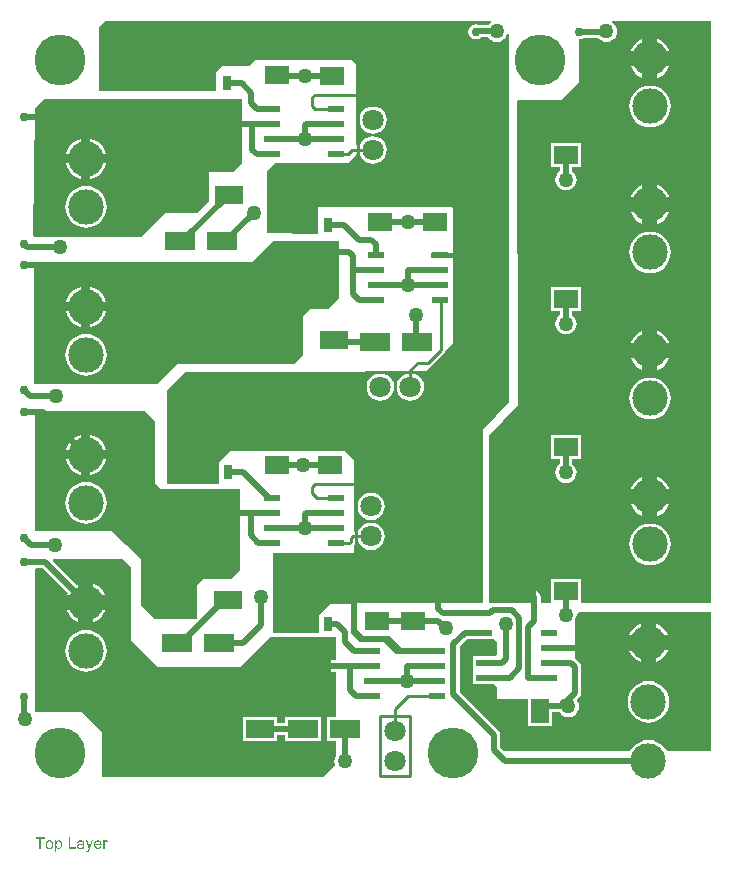
<source format=gtl>
G04*
G04 #@! TF.GenerationSoftware,Altium Limited,Altium Designer,19.0.10 (269)*
G04*
G04 Layer_Physical_Order=1*
G04 Layer_Color=255*
%FSLAX25Y25*%
%MOIN*%
G70*
G01*
G75*
%ADD12C,0.01000*%
%ADD14C,0.03000*%
%ADD15R,0.08000X0.06000*%
%ADD16R,0.02559X0.04921*%
%ADD17R,0.17520X0.15354*%
%ADD18R,0.05709X0.02362*%
%ADD19R,0.15748X0.18307*%
%ADD20R,0.06000X0.08000*%
%ADD21R,0.09843X0.06102*%
%ADD22R,0.09449X0.06102*%
%ADD36C,0.02000*%
%ADD37C,0.07087*%
%ADD38C,0.11811*%
%ADD39C,0.16929*%
%ADD40C,0.05000*%
G36*
X276014Y451500D02*
X276088Y451356D01*
X276147Y451000D01*
X275504Y450507D01*
X275153Y450049D01*
X272175D01*
X271975Y450182D01*
X271000Y450377D01*
X270024Y450182D01*
X269198Y449630D01*
X268645Y448803D01*
X268451Y447828D01*
X268645Y446852D01*
X269198Y446025D01*
X270024Y445473D01*
X271000Y445279D01*
X271975Y445473D01*
X272722Y445971D01*
X275153D01*
X275504Y445514D01*
X276235Y444953D01*
X277086Y444600D01*
X278000Y444480D01*
X278914Y444600D01*
X279765Y444953D01*
X280496Y445514D01*
X281057Y446245D01*
X281410Y447097D01*
X281893Y447010D01*
X281893Y324359D01*
X273335Y315254D01*
X273335Y257500D01*
X231500Y257500D01*
X231500Y248519D01*
X233520Y246500D01*
X242500Y246500D01*
X246500Y242500D01*
X260000D01*
Y240500D01*
X244500D01*
X240500Y244500D01*
X232500D01*
X229500Y247500D01*
X229500Y257000D01*
X222250D01*
X218750Y253500D01*
Y247500D01*
X203500D01*
Y274000D01*
X230500D01*
Y276837D01*
X230581Y276919D01*
X230913Y277415D01*
X231029Y278000D01*
Y278126D01*
X231716D01*
X232031Y277364D01*
X232760Y276415D01*
X233709Y275687D01*
X234814Y275229D01*
X236000Y275073D01*
X237186Y275229D01*
X238291Y275687D01*
X239240Y276415D01*
X239969Y277364D01*
X240426Y278469D01*
X240582Y279655D01*
X240426Y280841D01*
X239969Y281947D01*
X239240Y282896D01*
X238291Y283624D01*
X237186Y284082D01*
X236000Y284238D01*
X234814Y284082D01*
X233709Y283624D01*
X232760Y282896D01*
X232031Y281947D01*
X231716Y281185D01*
X230500D01*
Y291500D01*
Y293489D01*
Y305000D01*
X227500Y308000D01*
X189000D01*
X185500Y304500D01*
Y297000D01*
X168000D01*
X168000Y328500D01*
X174500Y334500D01*
X238445D01*
X238478Y334000D01*
X237919Y333926D01*
X236814Y333469D01*
X235865Y332740D01*
X235137Y331791D01*
X234679Y330686D01*
X234523Y329500D01*
X234679Y328314D01*
X235137Y327209D01*
X235865Y326260D01*
X236814Y325531D01*
X237919Y325074D01*
X239105Y324918D01*
X240291Y325074D01*
X241396Y325531D01*
X242345Y326260D01*
X243074Y327209D01*
X243532Y328314D01*
X243688Y329500D01*
X243532Y330686D01*
X243074Y331791D01*
X242345Y332740D01*
X241396Y333469D01*
X240291Y333926D01*
X239732Y334000D01*
X239765Y334500D01*
X247576D01*
Y333784D01*
X246814Y333469D01*
X245865Y332740D01*
X245137Y331791D01*
X244679Y330686D01*
X244523Y329500D01*
X244679Y328314D01*
X245137Y327209D01*
X245865Y326260D01*
X246814Y325531D01*
X247919Y325074D01*
X249105Y324918D01*
X250291Y325074D01*
X251396Y325531D01*
X252345Y326260D01*
X253074Y327209D01*
X253532Y328314D01*
X253688Y329500D01*
X253532Y330686D01*
X253074Y331791D01*
X252345Y332740D01*
X251396Y333469D01*
X250635Y333784D01*
Y334321D01*
X250813Y334500D01*
X254000D01*
X255567Y336067D01*
X255667Y336087D01*
X256163Y336419D01*
X260400Y340656D01*
X260732Y341152D01*
X260752Y341252D01*
X263500Y344000D01*
X263500Y372461D01*
X256000D01*
Y374240D01*
X263500D01*
Y389000D01*
X263000Y389500D01*
X218500D01*
X218500Y380832D01*
X218145Y380480D01*
X201500Y380622D01*
Y401500D01*
X204000Y404000D01*
X228500D01*
X231000Y406500D01*
Y406971D01*
X232321D01*
X232637Y406209D01*
X233365Y405260D01*
X234314Y404531D01*
X235419Y404074D01*
X236605Y403918D01*
X237791Y404074D01*
X238896Y404531D01*
X239845Y405260D01*
X240574Y406209D01*
X241032Y407314D01*
X241188Y408500D01*
X241032Y409686D01*
X240574Y410791D01*
X239845Y411740D01*
X238896Y412469D01*
X237791Y412926D01*
X236605Y413083D01*
X235419Y412926D01*
X234314Y412469D01*
X233365Y411740D01*
X232637Y410791D01*
X232321Y410029D01*
X231000D01*
Y437000D01*
X229500Y438500D01*
X197500D01*
X195500Y436500D01*
X186500D01*
X184500Y434500D01*
Y428000D01*
X145500Y428000D01*
X145500Y449500D01*
X147500Y451500D01*
X276014Y451500D01*
D02*
G37*
G36*
X349500Y257500D02*
X306500Y257500D01*
X306000D01*
Y265500D01*
X296000D01*
Y257500D01*
X292539D01*
Y259500D01*
X292384Y260280D01*
X291942Y260942D01*
X291942Y260942D01*
X284942Y267942D01*
X284280Y268384D01*
X283500Y268539D01*
X282720Y268384D01*
X282058Y267942D01*
X281616Y267280D01*
X281461Y266500D01*
X281616Y265720D01*
X282058Y265058D01*
X288461Y258655D01*
Y257500D01*
X275500D01*
X275500Y313143D01*
X284998Y323319D01*
X284604Y424646D01*
X284957Y425000D01*
X299358D01*
X305500Y431142D01*
Y445279D01*
X306475Y445473D01*
X306948Y445788D01*
X311793D01*
X312004Y445514D01*
X312735Y444953D01*
X313586Y444600D01*
X314500Y444480D01*
X315414Y444600D01*
X316265Y444953D01*
X316996Y445514D01*
X317557Y446245D01*
X317910Y447097D01*
X318030Y448010D01*
X317910Y448924D01*
X317557Y449775D01*
X316996Y450507D01*
X316353Y451000D01*
X316412Y451355D01*
X316486Y451500D01*
X349500D01*
X349500Y257500D01*
D02*
G37*
G36*
X193000Y404000D02*
X190000Y401000D01*
X182000D01*
Y391500D01*
X178000Y387500D01*
X167500D01*
X159500Y379500D01*
X132729Y379500D01*
X132500Y379530D01*
X132271Y379500D01*
X123856D01*
X123504Y379856D01*
X124038Y422538D01*
X127000Y425500D01*
X193000Y425500D01*
Y404000D01*
D02*
G37*
G36*
X225500Y359000D02*
X222000Y355500D01*
X216000Y355500D01*
X213500Y353000D01*
Y340000D01*
X210500Y337000D01*
X171768D01*
X164571Y330500D01*
X123750Y330500D01*
Y370250D01*
X123500Y370500D01*
X124000Y371000D01*
X196500D01*
X203500Y378000D01*
X225500Y378000D01*
X225500Y359000D01*
D02*
G37*
G36*
X156000Y269500D02*
Y245000D01*
X165000Y236000D01*
X192500Y236000D01*
X202500Y246000D01*
X224500D01*
Y238539D01*
X215175D01*
X214871Y238742D01*
X214091Y238897D01*
X213310Y238742D01*
X212649Y238300D01*
X212207Y237639D01*
X212051Y236858D01*
X212207Y236078D01*
X212649Y235416D01*
X213007Y235058D01*
X213668Y234616D01*
X214449Y234461D01*
X224500D01*
Y223500D01*
X224500Y219551D01*
X221389D01*
Y211449D01*
X224500D01*
X224500Y206777D01*
X224253Y206455D01*
X223900Y205604D01*
X223780Y204690D01*
X223900Y203776D01*
X224010Y203510D01*
X220000Y199500D01*
X147000Y199500D01*
X146500Y199500D01*
Y214225D01*
X139725Y221000D01*
X123974D01*
X123970Y221499D01*
X123863Y268607D01*
X124217Y268961D01*
X126655D01*
X134893Y260723D01*
X134589Y260155D01*
X134542Y260000D01*
X138500D01*
Y263958D01*
X138345Y263911D01*
X137777Y263607D01*
X129846Y271538D01*
X130037Y272000D01*
X153500D01*
X156000Y269500D01*
D02*
G37*
G36*
X164000Y318000D02*
Y297500D01*
X166000Y295500D01*
X192500Y295500D01*
Y268500D01*
X189500Y265500D01*
X180000D01*
X178000Y263500D01*
Y252384D01*
X177616Y252000D01*
X164000D01*
X159500Y256500D01*
Y272000D01*
X149500Y281500D01*
X123856D01*
Y321000D01*
X124356Y321500D01*
X160500Y321500D01*
X164000Y318000D01*
D02*
G37*
G36*
X349500Y208000D02*
X334628D01*
X334269Y208670D01*
X333407Y209721D01*
X332355Y210584D01*
X331155Y211226D01*
X329854Y211621D01*
X328500Y211754D01*
X327146Y211621D01*
X325845Y211226D01*
X324645Y210584D01*
X323593Y209721D01*
X322730Y208670D01*
X322372Y208000D01*
X280384D01*
X279039Y209345D01*
Y213500D01*
X278884Y214280D01*
X278442Y214942D01*
X265539Y227845D01*
Y242875D01*
X268125Y245461D01*
X269917D01*
Y245319D01*
X277000D01*
X278000Y244474D01*
Y240526D01*
X277626Y239681D01*
X269917D01*
Y235319D01*
X269917D01*
Y234681D01*
X269917D01*
Y230319D01*
X277000D01*
X278000Y229474D01*
Y225500D01*
X288500D01*
Y216500D01*
X296500D01*
Y220961D01*
X298918D01*
X299269Y220504D01*
X300000Y219943D01*
X300851Y219590D01*
X301765Y219470D01*
X302679Y219590D01*
X303530Y219943D01*
X304261Y220504D01*
X304822Y221235D01*
X305175Y222086D01*
X305295Y223000D01*
X305175Y223914D01*
X304822Y224765D01*
X304530Y225146D01*
X305442Y226058D01*
X305884Y226720D01*
X306039Y227500D01*
Y236265D01*
X305884Y237046D01*
X305442Y237707D01*
X304207Y238942D01*
X304000Y239080D01*
Y251721D01*
X304057Y251796D01*
X304410Y252647D01*
X304530Y253561D01*
X305415Y254500D01*
X349500D01*
Y208000D01*
D02*
G37*
G36*
X131986Y178337D02*
X132017Y178334D01*
X132053Y178328D01*
X132092Y178323D01*
X132136Y178317D01*
X132183Y178306D01*
X132233Y178295D01*
X132286Y178278D01*
X132338Y178262D01*
X132394Y178240D01*
X132446Y178215D01*
X132499Y178187D01*
X132552Y178154D01*
X132554Y178151D01*
X132563Y178145D01*
X132577Y178134D01*
X132596Y178120D01*
X132621Y178101D01*
X132646Y178079D01*
X132674Y178051D01*
X132707Y178021D01*
X132740Y177988D01*
X132773Y177949D01*
X132806Y177904D01*
X132842Y177860D01*
X132876Y177810D01*
X132906Y177755D01*
X132937Y177699D01*
X132964Y177638D01*
X132967Y177636D01*
X132970Y177625D01*
X132978Y177605D01*
X132986Y177580D01*
X132998Y177550D01*
X133009Y177514D01*
X133020Y177470D01*
X133034Y177422D01*
X133047Y177370D01*
X133059Y177314D01*
X133070Y177253D01*
X133081Y177190D01*
X133089Y177123D01*
X133097Y177054D01*
X133100Y176985D01*
X133103Y176910D01*
Y176904D01*
Y176891D01*
Y176868D01*
X133100Y176838D01*
X133097Y176802D01*
X133095Y176758D01*
X133089Y176708D01*
X133083Y176655D01*
X133075Y176597D01*
X133064Y176536D01*
X133036Y176406D01*
X133020Y176339D01*
X133000Y176273D01*
X132975Y176206D01*
X132948Y176143D01*
X132945Y176140D01*
X132939Y176129D01*
X132931Y176109D01*
X132920Y176087D01*
X132903Y176057D01*
X132884Y176026D01*
X132862Y175988D01*
X132834Y175949D01*
X132806Y175907D01*
X132773Y175866D01*
X132737Y175821D01*
X132696Y175777D01*
X132654Y175735D01*
X132607Y175694D01*
X132557Y175655D01*
X132504Y175619D01*
X132502Y175616D01*
X132491Y175611D01*
X132477Y175602D01*
X132455Y175591D01*
X132427Y175578D01*
X132396Y175561D01*
X132360Y175547D01*
X132319Y175531D01*
X132275Y175511D01*
X132228Y175497D01*
X132178Y175481D01*
X132125Y175467D01*
X132070Y175456D01*
X132011Y175447D01*
X131953Y175442D01*
X131892Y175439D01*
X131870D01*
X131853Y175442D01*
X131831D01*
X131809Y175445D01*
X131781Y175447D01*
X131751Y175450D01*
X131685Y175464D01*
X131615Y175481D01*
X131541Y175503D01*
X131468Y175536D01*
X131466D01*
X131460Y175542D01*
X131452Y175547D01*
X131438Y175555D01*
X131421Y175564D01*
X131405Y175575D01*
X131360Y175605D01*
X131313Y175641D01*
X131261Y175686D01*
X131211Y175733D01*
X131164Y175788D01*
Y174436D01*
X130693D01*
Y178278D01*
X131122D01*
Y177915D01*
X131125Y177918D01*
X131128Y177924D01*
X131136Y177935D01*
X131150Y177951D01*
X131164Y177968D01*
X131180Y177988D01*
X131222Y178034D01*
X131272Y178084D01*
X131330Y178137D01*
X131394Y178187D01*
X131463Y178231D01*
X131466D01*
X131471Y178237D01*
X131482Y178242D01*
X131496Y178248D01*
X131516Y178256D01*
X131538Y178264D01*
X131563Y178276D01*
X131593Y178287D01*
X131624Y178295D01*
X131660Y178306D01*
X131698Y178314D01*
X131740Y178323D01*
X131829Y178334D01*
X131926Y178339D01*
X131959D01*
X131986Y178337D01*
D02*
G37*
G36*
X147831D02*
X147853Y178334D01*
X147878Y178331D01*
X147906Y178325D01*
X147939Y178320D01*
X147975Y178312D01*
X148014Y178303D01*
X148094Y178276D01*
X148138Y178259D01*
X148183Y178237D01*
X148227Y178215D01*
X148274Y178187D01*
X148108Y177752D01*
X148105D01*
X148100Y177758D01*
X148091Y177760D01*
X148077Y177769D01*
X148064Y177774D01*
X148044Y177782D01*
X148000Y177802D01*
X147950Y177821D01*
X147892Y177835D01*
X147828Y177846D01*
X147764Y177852D01*
X147740D01*
X147709Y177846D01*
X147673Y177841D01*
X147632Y177830D01*
X147584Y177813D01*
X147537Y177788D01*
X147490Y177758D01*
X147485Y177752D01*
X147471Y177741D01*
X147449Y177719D01*
X147424Y177691D01*
X147393Y177655D01*
X147365Y177611D01*
X147338Y177558D01*
X147316Y177500D01*
Y177497D01*
X147313Y177489D01*
X147307Y177475D01*
X147305Y177456D01*
X147299Y177434D01*
X147291Y177406D01*
X147285Y177373D01*
X147277Y177339D01*
X147269Y177298D01*
X147263Y177256D01*
X147257Y177212D01*
X147249Y177165D01*
X147241Y177062D01*
X147238Y176952D01*
Y175500D01*
X146767D01*
Y178278D01*
X147191D01*
Y177852D01*
X147194Y177855D01*
X147199Y177866D01*
X147208Y177879D01*
X147219Y177899D01*
X147233Y177924D01*
X147249Y177951D01*
X147288Y178012D01*
X147335Y178076D01*
X147385Y178143D01*
X147410Y178170D01*
X147435Y178198D01*
X147462Y178223D01*
X147487Y178242D01*
X147490D01*
X147493Y178248D01*
X147501Y178251D01*
X147512Y178259D01*
X147540Y178273D01*
X147576Y178292D01*
X147623Y178309D01*
X147673Y178325D01*
X147728Y178337D01*
X147789Y178339D01*
X147814D01*
X147831Y178337D01*
D02*
G37*
G36*
X142335Y175453D02*
X142332Y175447D01*
X142327Y175434D01*
X142319Y175409D01*
X142307Y175378D01*
X142294Y175342D01*
X142277Y175301D01*
X142258Y175253D01*
X142238Y175204D01*
X142197Y175098D01*
X142152Y174996D01*
X142130Y174946D01*
X142111Y174902D01*
X142092Y174860D01*
X142072Y174824D01*
Y174821D01*
X142067Y174813D01*
X142058Y174802D01*
X142050Y174785D01*
X142039Y174769D01*
X142025Y174747D01*
X141989Y174697D01*
X141947Y174641D01*
X141898Y174586D01*
X141842Y174530D01*
X141814Y174508D01*
X141784Y174486D01*
X141781D01*
X141776Y174481D01*
X141767Y174475D01*
X141756Y174470D01*
X141740Y174461D01*
X141720Y174450D01*
X141698Y174442D01*
X141673Y174431D01*
X141618Y174411D01*
X141551Y174392D01*
X141477Y174381D01*
X141396Y174375D01*
X141371D01*
X141344Y174378D01*
X141307Y174384D01*
X141263Y174389D01*
X141211Y174400D01*
X141155Y174414D01*
X141094Y174434D01*
X141042Y174877D01*
X141044D01*
X141047Y174874D01*
X141056D01*
X141067Y174871D01*
X141097Y174863D01*
X141133Y174855D01*
X141175Y174846D01*
X141219Y174841D01*
X141266Y174835D01*
X141310Y174832D01*
X141335D01*
X141366Y174835D01*
X141399Y174838D01*
X141440Y174846D01*
X141482Y174855D01*
X141521Y174868D01*
X141560Y174885D01*
X141565Y174888D01*
X141576Y174896D01*
X141593Y174907D01*
X141615Y174924D01*
X141640Y174943D01*
X141665Y174968D01*
X141690Y174999D01*
X141715Y175032D01*
X141718Y175035D01*
X141723Y175048D01*
X141729Y175057D01*
X141734Y175071D01*
X141740Y175084D01*
X141748Y175104D01*
X141759Y175123D01*
X141770Y175148D01*
X141781Y175179D01*
X141792Y175212D01*
X141806Y175248D01*
X141823Y175289D01*
X141839Y175334D01*
X141856Y175384D01*
Y175386D01*
X141859Y175392D01*
X141862Y175400D01*
X141867Y175411D01*
X141873Y175428D01*
X141881Y175447D01*
X141889Y175472D01*
X141900Y175497D01*
X140848Y178278D01*
X141349D01*
X141928Y176669D01*
Y176666D01*
X141934Y176655D01*
X141939Y176638D01*
X141947Y176616D01*
X141958Y176589D01*
X141970Y176555D01*
X141981Y176517D01*
X141997Y176475D01*
X142011Y176428D01*
X142028Y176378D01*
X142044Y176326D01*
X142061Y176270D01*
X142097Y176151D01*
X142130Y176026D01*
Y176029D01*
X142133Y176040D01*
X142139Y176057D01*
X142144Y176082D01*
X142152Y176109D01*
X142164Y176145D01*
X142175Y176184D01*
X142186Y176226D01*
X142200Y176273D01*
X142216Y176323D01*
X142249Y176428D01*
X142285Y176541D01*
X142327Y176658D01*
X142922Y178278D01*
X143391D01*
X142335Y175453D01*
D02*
G37*
G36*
X139399Y178337D02*
X139435Y178334D01*
X139474Y178331D01*
X139515Y178328D01*
X139607Y178317D01*
X139704Y178303D01*
X139798Y178281D01*
X139845Y178267D01*
X139886Y178253D01*
X139889D01*
X139898Y178251D01*
X139909Y178245D01*
X139923Y178240D01*
X139942Y178231D01*
X139961Y178220D01*
X140011Y178195D01*
X140064Y178165D01*
X140119Y178129D01*
X140169Y178090D01*
X140213Y178043D01*
Y178040D01*
X140219Y178037D01*
X140225Y178029D01*
X140230Y178021D01*
X140249Y177993D01*
X140272Y177954D01*
X140296Y177907D01*
X140319Y177855D01*
X140341Y177791D01*
X140360Y177722D01*
Y177716D01*
X140363Y177708D01*
Y177699D01*
X140366Y177685D01*
X140368Y177666D01*
X140371Y177647D01*
X140374Y177622D01*
Y177594D01*
X140377Y177564D01*
X140380Y177528D01*
X140382Y177489D01*
Y177445D01*
X140385Y177398D01*
Y177345D01*
Y177289D01*
Y176663D01*
Y176661D01*
Y176655D01*
Y176647D01*
Y176636D01*
Y176619D01*
Y176602D01*
Y176558D01*
Y176505D01*
X140388Y176447D01*
Y176381D01*
Y176314D01*
X140391Y176173D01*
X140393Y176104D01*
X140396Y176035D01*
X140399Y175974D01*
X140404Y175918D01*
X140407Y175871D01*
X140410Y175849D01*
X140413Y175832D01*
Y175830D01*
X140416Y175824D01*
Y175816D01*
X140418Y175802D01*
X140424Y175788D01*
X140427Y175769D01*
X140440Y175724D01*
X140457Y175674D01*
X140477Y175619D01*
X140504Y175561D01*
X140535Y175500D01*
X140044D01*
Y175503D01*
X140042Y175505D01*
X140036Y175514D01*
X140033Y175525D01*
X140025Y175539D01*
X140020Y175558D01*
X140003Y175597D01*
X139986Y175650D01*
X139970Y175708D01*
X139959Y175771D01*
X139947Y175844D01*
X139945Y175841D01*
X139936Y175832D01*
X139923Y175821D01*
X139903Y175807D01*
X139878Y175788D01*
X139850Y175769D01*
X139820Y175744D01*
X139787Y175719D01*
X139748Y175694D01*
X139709Y175669D01*
X139623Y175616D01*
X139535Y175566D01*
X139488Y175547D01*
X139443Y175528D01*
X139441D01*
X139432Y175525D01*
X139418Y175519D01*
X139402Y175514D01*
X139380Y175508D01*
X139352Y175500D01*
X139321Y175492D01*
X139288Y175483D01*
X139252Y175475D01*
X139211Y175467D01*
X139122Y175453D01*
X139028Y175442D01*
X138925Y175439D01*
X138906D01*
X138881Y175442D01*
X138851D01*
X138812Y175445D01*
X138768Y175450D01*
X138718Y175458D01*
X138665Y175467D01*
X138610Y175478D01*
X138554Y175495D01*
X138493Y175511D01*
X138435Y175533D01*
X138380Y175558D01*
X138321Y175589D01*
X138272Y175622D01*
X138222Y175661D01*
X138219Y175663D01*
X138211Y175672D01*
X138200Y175683D01*
X138183Y175702D01*
X138166Y175724D01*
X138144Y175749D01*
X138122Y175780D01*
X138100Y175816D01*
X138078Y175855D01*
X138056Y175899D01*
X138033Y175946D01*
X138017Y175996D01*
X138000Y176051D01*
X137989Y176107D01*
X137981Y176168D01*
X137978Y176231D01*
Y176234D01*
Y176240D01*
Y176251D01*
X137981Y176267D01*
Y176284D01*
X137984Y176306D01*
X137989Y176356D01*
X138000Y176411D01*
X138017Y176475D01*
X138039Y176539D01*
X138069Y176602D01*
Y176605D01*
X138075Y176611D01*
X138078Y176619D01*
X138086Y176630D01*
X138105Y176661D01*
X138133Y176699D01*
X138169Y176744D01*
X138211Y176788D01*
X138258Y176832D01*
X138310Y176874D01*
X138313D01*
X138319Y176880D01*
X138327Y176885D01*
X138338Y176891D01*
X138352Y176899D01*
X138369Y176910D01*
X138410Y176932D01*
X138460Y176957D01*
X138518Y176982D01*
X138582Y177007D01*
X138651Y177029D01*
X138654D01*
X138657Y177032D01*
X138665D01*
X138676Y177035D01*
X138693Y177037D01*
X138709Y177043D01*
X138731Y177046D01*
X138756Y177051D01*
X138784Y177057D01*
X138815Y177062D01*
X138848Y177068D01*
X138887Y177073D01*
X138928Y177079D01*
X138972Y177087D01*
X139020Y177093D01*
X139069Y177098D01*
X139075D01*
X139083Y177101D01*
X139094D01*
X139125Y177107D01*
X139164Y177109D01*
X139211Y177118D01*
X139263Y177126D01*
X139324Y177134D01*
X139388Y177145D01*
X139454Y177156D01*
X139524Y177167D01*
X139662Y177195D01*
X139731Y177212D01*
X139795Y177228D01*
X139853Y177245D01*
X139909Y177262D01*
Y177267D01*
Y177278D01*
Y177292D01*
X139911Y177312D01*
Y177353D01*
Y177370D01*
Y177384D01*
Y177386D01*
Y177398D01*
Y177411D01*
X139909Y177431D01*
Y177453D01*
X139903Y177480D01*
X139895Y177541D01*
X139878Y177608D01*
X139853Y177677D01*
X139839Y177708D01*
X139820Y177738D01*
X139801Y177763D01*
X139776Y177788D01*
X139773Y177791D01*
X139767Y177796D01*
X139756Y177802D01*
X139743Y177813D01*
X139723Y177824D01*
X139701Y177838D01*
X139673Y177855D01*
X139643Y177868D01*
X139607Y177882D01*
X139565Y177899D01*
X139524Y177913D01*
X139474Y177924D01*
X139421Y177935D01*
X139366Y177943D01*
X139305Y177946D01*
X139241Y177949D01*
X139211D01*
X139186Y177946D01*
X139158D01*
X139128Y177943D01*
X139092Y177938D01*
X139056Y177935D01*
X138975Y177921D01*
X138895Y177899D01*
X138817Y177868D01*
X138781Y177852D01*
X138751Y177830D01*
X138748D01*
X138745Y177824D01*
X138737Y177816D01*
X138726Y177807D01*
X138712Y177794D01*
X138698Y177777D01*
X138682Y177758D01*
X138662Y177735D01*
X138643Y177708D01*
X138623Y177677D01*
X138604Y177644D01*
X138587Y177608D01*
X138568Y177566D01*
X138549Y177522D01*
X138532Y177472D01*
X138518Y177420D01*
X138058Y177483D01*
Y177486D01*
X138061Y177497D01*
X138064Y177511D01*
X138069Y177533D01*
X138078Y177558D01*
X138086Y177586D01*
X138094Y177619D01*
X138108Y177652D01*
X138136Y177730D01*
X138172Y177807D01*
X138214Y177888D01*
X138263Y177960D01*
X138266Y177963D01*
X138269Y177968D01*
X138277Y177976D01*
X138291Y177990D01*
X138305Y178004D01*
X138324Y178024D01*
X138344Y178043D01*
X138369Y178062D01*
X138396Y178084D01*
X138429Y178109D01*
X138463Y178131D01*
X138499Y178154D01*
X138540Y178179D01*
X138582Y178201D01*
X138629Y178220D01*
X138679Y178240D01*
X138682D01*
X138690Y178245D01*
X138707Y178248D01*
X138726Y178256D01*
X138754Y178262D01*
X138784Y178270D01*
X138820Y178281D01*
X138859Y178289D01*
X138903Y178298D01*
X138953Y178309D01*
X139006Y178317D01*
X139061Y178323D01*
X139119Y178331D01*
X139180Y178334D01*
X139310Y178339D01*
X139369D01*
X139399Y178337D01*
D02*
G37*
G36*
X135707Y175952D02*
X137593D01*
Y175500D01*
X135200D01*
Y179334D01*
X135707D01*
Y175952D01*
D02*
G37*
G36*
X127255Y178882D02*
X125987D01*
Y175500D01*
X125480D01*
Y178882D01*
X124217D01*
Y179334D01*
X127255D01*
Y178882D01*
D02*
G37*
G36*
X144986Y178337D02*
X145025Y178334D01*
X145075Y178328D01*
X145127Y178320D01*
X145188Y178309D01*
X145255Y178292D01*
X145327Y178273D01*
X145399Y178248D01*
X145476Y178217D01*
X145551Y178179D01*
X145629Y178137D01*
X145701Y178084D01*
X145773Y178026D01*
X145842Y177960D01*
X145845Y177954D01*
X145859Y177943D01*
X145875Y177921D01*
X145897Y177891D01*
X145925Y177852D01*
X145956Y177805D01*
X145986Y177749D01*
X146019Y177685D01*
X146053Y177613D01*
X146086Y177533D01*
X146114Y177445D01*
X146141Y177350D01*
X146163Y177248D01*
X146183Y177137D01*
X146194Y177018D01*
X146197Y176893D01*
Y176891D01*
Y176885D01*
Y176877D01*
Y176863D01*
Y176844D01*
Y176824D01*
X146194Y176799D01*
Y176769D01*
X144122D01*
Y176763D01*
X144125Y176749D01*
Y176724D01*
X144130Y176694D01*
X144136Y176655D01*
X144141Y176611D01*
X144152Y176564D01*
X144163Y176511D01*
X144177Y176453D01*
X144197Y176398D01*
X144216Y176339D01*
X144241Y176281D01*
X144269Y176223D01*
X144302Y176168D01*
X144338Y176115D01*
X144379Y176068D01*
X144382Y176065D01*
X144391Y176057D01*
X144404Y176046D01*
X144421Y176029D01*
X144443Y176012D01*
X144471Y175993D01*
X144504Y175971D01*
X144540Y175949D01*
X144579Y175924D01*
X144623Y175904D01*
X144670Y175882D01*
X144723Y175866D01*
X144778Y175849D01*
X144836Y175838D01*
X144897Y175830D01*
X144961Y175827D01*
X144986D01*
X145006Y175830D01*
X145028Y175832D01*
X145053Y175835D01*
X145083Y175838D01*
X145114Y175844D01*
X145183Y175860D01*
X145258Y175885D01*
X145296Y175899D01*
X145332Y175918D01*
X145368Y175938D01*
X145404Y175963D01*
X145407Y175965D01*
X145413Y175968D01*
X145421Y175976D01*
X145435Y175988D01*
X145451Y176004D01*
X145468Y176021D01*
X145487Y176043D01*
X145510Y176068D01*
X145532Y176098D01*
X145557Y176129D01*
X145579Y176165D01*
X145604Y176204D01*
X145629Y176248D01*
X145651Y176295D01*
X145673Y176345D01*
X145695Y176400D01*
X146180Y176337D01*
Y176331D01*
X146174Y176317D01*
X146166Y176295D01*
X146158Y176267D01*
X146144Y176231D01*
X146127Y176190D01*
X146108Y176143D01*
X146083Y176093D01*
X146055Y176043D01*
X146025Y175988D01*
X145989Y175932D01*
X145950Y175877D01*
X145908Y175824D01*
X145861Y175771D01*
X145809Y175722D01*
X145753Y175674D01*
X145751Y175672D01*
X145740Y175663D01*
X145723Y175652D01*
X145698Y175638D01*
X145668Y175619D01*
X145629Y175600D01*
X145587Y175578D01*
X145537Y175558D01*
X145482Y175536D01*
X145424Y175514D01*
X145357Y175495D01*
X145288Y175475D01*
X145213Y175461D01*
X145133Y175450D01*
X145047Y175442D01*
X144958Y175439D01*
X144931D01*
X144917Y175442D01*
X144900D01*
X144859Y175445D01*
X144806Y175450D01*
X144748Y175458D01*
X144681Y175470D01*
X144609Y175486D01*
X144535Y175505D01*
X144454Y175531D01*
X144374Y175561D01*
X144294Y175597D01*
X144213Y175638D01*
X144136Y175688D01*
X144061Y175747D01*
X143992Y175813D01*
X143989Y175819D01*
X143978Y175830D01*
X143958Y175852D01*
X143936Y175882D01*
X143909Y175921D01*
X143881Y175968D01*
X143848Y176021D01*
X143814Y176084D01*
X143781Y176156D01*
X143751Y176234D01*
X143720Y176320D01*
X143693Y176414D01*
X143670Y176517D01*
X143654Y176625D01*
X143640Y176741D01*
X143637Y176866D01*
Y176868D01*
Y176874D01*
Y176882D01*
Y176896D01*
X143640Y176913D01*
Y176932D01*
Y176954D01*
X143643Y176982D01*
X143648Y177040D01*
X143657Y177107D01*
X143668Y177181D01*
X143681Y177264D01*
X143701Y177348D01*
X143726Y177436D01*
X143754Y177528D01*
X143790Y177619D01*
X143831Y177708D01*
X143878Y177794D01*
X143933Y177877D01*
X143997Y177951D01*
X144003Y177957D01*
X144014Y177968D01*
X144033Y177988D01*
X144064Y178012D01*
X144100Y178043D01*
X144141Y178073D01*
X144191Y178109D01*
X144249Y178145D01*
X144313Y178181D01*
X144385Y178217D01*
X144460Y178251D01*
X144543Y178278D01*
X144634Y178303D01*
X144729Y178323D01*
X144828Y178334D01*
X144933Y178339D01*
X144958D01*
X144986Y178337D01*
D02*
G37*
G36*
X128895D02*
X128934Y178334D01*
X128984Y178328D01*
X129039Y178320D01*
X129103Y178309D01*
X129172Y178292D01*
X129244Y178273D01*
X129322Y178248D01*
X129399Y178217D01*
X129477Y178181D01*
X129554Y178137D01*
X129632Y178087D01*
X129707Y178029D01*
X129776Y177963D01*
X129782Y177957D01*
X129793Y177946D01*
X129809Y177924D01*
X129834Y177893D01*
X129862Y177855D01*
X129892Y177810D01*
X129926Y177755D01*
X129959Y177694D01*
X129992Y177622D01*
X130025Y177544D01*
X130056Y177461D01*
X130084Y177367D01*
X130108Y177267D01*
X130125Y177162D01*
X130139Y177048D01*
X130142Y176927D01*
Y176924D01*
Y176921D01*
Y176913D01*
Y176904D01*
Y176874D01*
X130139Y176838D01*
X130136Y176794D01*
X130133Y176741D01*
X130128Y176683D01*
X130122Y176622D01*
X130114Y176555D01*
X130103Y176486D01*
X130089Y176417D01*
X130072Y176345D01*
X130053Y176276D01*
X130034Y176209D01*
X130006Y176145D01*
X129978Y176084D01*
X129975Y176082D01*
X129970Y176071D01*
X129962Y176054D01*
X129948Y176035D01*
X129931Y176007D01*
X129912Y175979D01*
X129887Y175946D01*
X129859Y175910D01*
X129829Y175871D01*
X129793Y175832D01*
X129754Y175794D01*
X129712Y175755D01*
X129668Y175716D01*
X129618Y175677D01*
X129566Y175641D01*
X129510Y175608D01*
X129507Y175605D01*
X129496Y175600D01*
X129480Y175591D01*
X129457Y175583D01*
X129427Y175569D01*
X129394Y175555D01*
X129355Y175539D01*
X129313Y175525D01*
X129264Y175508D01*
X129214Y175492D01*
X129158Y175478D01*
X129100Y175467D01*
X129036Y175456D01*
X128973Y175447D01*
X128909Y175442D01*
X128840Y175439D01*
X128815D01*
X128801Y175442D01*
X128784D01*
X128743Y175445D01*
X128693Y175450D01*
X128638Y175458D01*
X128574Y175470D01*
X128505Y175486D01*
X128430Y175505D01*
X128355Y175531D01*
X128275Y175561D01*
X128197Y175597D01*
X128120Y175638D01*
X128042Y175688D01*
X127967Y175744D01*
X127898Y175810D01*
X127895Y175816D01*
X127881Y175827D01*
X127865Y175849D01*
X127843Y175880D01*
X127815Y175918D01*
X127784Y175965D01*
X127754Y176021D01*
X127721Y176084D01*
X127688Y176156D01*
X127654Y176237D01*
X127624Y176326D01*
X127596Y176422D01*
X127574Y176528D01*
X127557Y176638D01*
X127543Y176760D01*
X127541Y176888D01*
Y176891D01*
Y176896D01*
Y176907D01*
Y176921D01*
X127543Y176940D01*
Y176963D01*
X127546Y176988D01*
Y177015D01*
X127549Y177046D01*
X127555Y177079D01*
X127563Y177151D01*
X127577Y177231D01*
X127593Y177320D01*
X127615Y177411D01*
X127646Y177506D01*
X127679Y177600D01*
X127721Y177694D01*
X127771Y177785D01*
X127826Y177874D01*
X127892Y177954D01*
X127967Y178029D01*
X127973Y178032D01*
X127984Y178043D01*
X128003Y178057D01*
X128031Y178079D01*
X128067Y178101D01*
X128109Y178126D01*
X128156Y178156D01*
X128211Y178184D01*
X128272Y178212D01*
X128338Y178242D01*
X128410Y178267D01*
X128488Y178292D01*
X128568Y178312D01*
X128654Y178325D01*
X128746Y178337D01*
X128840Y178339D01*
X128879D01*
X128895Y178337D01*
D02*
G37*
%LPC*%
G36*
X236605Y423082D02*
X235419Y422926D01*
X234314Y422469D01*
X233365Y421740D01*
X232637Y420791D01*
X232179Y419686D01*
X232023Y418500D01*
X232179Y417314D01*
X232637Y416209D01*
X233365Y415260D01*
X234314Y414531D01*
X235419Y414074D01*
X236605Y413917D01*
X237791Y414074D01*
X238896Y414531D01*
X239845Y415260D01*
X240574Y416209D01*
X241032Y417314D01*
X241188Y418500D01*
X241032Y419686D01*
X240574Y420791D01*
X239845Y421740D01*
X238896Y422469D01*
X237791Y422926D01*
X236605Y423082D01*
D02*
G37*
G36*
X236000Y294238D02*
X234814Y294082D01*
X233709Y293624D01*
X232760Y292896D01*
X232031Y291947D01*
X231574Y290841D01*
X231417Y289655D01*
X231574Y288469D01*
X232031Y287364D01*
X232760Y286415D01*
X233709Y285687D01*
X234814Y285229D01*
X236000Y285073D01*
X237186Y285229D01*
X238291Y285687D01*
X239240Y286415D01*
X239969Y287364D01*
X240426Y288469D01*
X240582Y289655D01*
X240426Y290841D01*
X239969Y291947D01*
X239240Y292896D01*
X238291Y293624D01*
X237186Y294082D01*
X236000Y294238D01*
D02*
G37*
G36*
X331500Y445458D02*
Y441500D01*
X335458D01*
X335411Y441655D01*
X334770Y442855D01*
X333907Y443906D01*
X332855Y444769D01*
X331655Y445411D01*
X331500Y445458D01*
D02*
G37*
G36*
X326500Y445458D02*
X326345Y445411D01*
X325145Y444769D01*
X324093Y443906D01*
X323231Y442855D01*
X322589Y441655D01*
X322542Y441500D01*
X326500D01*
Y445458D01*
D02*
G37*
G36*
Y436500D02*
X322542D01*
X322589Y436345D01*
X323231Y435145D01*
X324093Y434093D01*
X325145Y433230D01*
X326345Y432589D01*
X326500Y432542D01*
Y436500D01*
D02*
G37*
G36*
X335458D02*
X331500D01*
Y432542D01*
X331655Y432589D01*
X332855Y433230D01*
X333907Y434093D01*
X334770Y435145D01*
X335411Y436345D01*
X335458Y436500D01*
D02*
G37*
G36*
X329000Y429939D02*
X327646Y429806D01*
X326345Y429411D01*
X325145Y428769D01*
X324093Y427907D01*
X323231Y426855D01*
X322589Y425655D01*
X322194Y424354D01*
X322061Y423000D01*
X322194Y421646D01*
X322589Y420345D01*
X323231Y419145D01*
X324093Y418093D01*
X325145Y417231D01*
X326345Y416589D01*
X327646Y416194D01*
X329000Y416061D01*
X330354Y416194D01*
X331655Y416589D01*
X332855Y417231D01*
X333907Y418093D01*
X334770Y419145D01*
X335411Y420345D01*
X335806Y421646D01*
X335939Y423000D01*
X335806Y424354D01*
X335411Y425655D01*
X334770Y426855D01*
X333907Y427907D01*
X332855Y428769D01*
X331655Y429411D01*
X330354Y429806D01*
X329000Y429939D01*
D02*
G37*
G36*
X306000Y410731D02*
X296000D01*
Y402731D01*
X298961D01*
Y401347D01*
X298504Y400996D01*
X297943Y400265D01*
X297590Y399414D01*
X297470Y398500D01*
X297590Y397586D01*
X297943Y396735D01*
X298504Y396004D01*
X299235Y395443D01*
X300086Y395090D01*
X301000Y394970D01*
X301914Y395090D01*
X302765Y395443D01*
X303496Y396004D01*
X304057Y396735D01*
X304410Y397586D01*
X304530Y398500D01*
X304410Y399414D01*
X304057Y400265D01*
X303496Y400996D01*
X303039Y401347D01*
Y402731D01*
X306000D01*
Y410731D01*
D02*
G37*
G36*
X331500Y396791D02*
Y392833D01*
X335458D01*
X335411Y392989D01*
X334770Y394188D01*
X333907Y395240D01*
X332855Y396103D01*
X331655Y396744D01*
X331500Y396791D01*
D02*
G37*
G36*
X326500D02*
X326345Y396744D01*
X325145Y396103D01*
X324093Y395240D01*
X323231Y394188D01*
X322589Y392989D01*
X322542Y392833D01*
X326500D01*
Y396791D01*
D02*
G37*
G36*
X335458Y387833D02*
X331500D01*
Y383875D01*
X331655Y383923D01*
X332855Y384564D01*
X333907Y385427D01*
X334770Y386478D01*
X335411Y387678D01*
X335458Y387833D01*
D02*
G37*
G36*
X326500D02*
X322542D01*
X322589Y387678D01*
X323231Y386478D01*
X324093Y385427D01*
X325145Y384564D01*
X326345Y383923D01*
X326500Y383875D01*
Y387833D01*
D02*
G37*
G36*
X329000Y381272D02*
X327646Y381139D01*
X326345Y380744D01*
X325145Y380103D01*
X324093Y379240D01*
X323231Y378188D01*
X322589Y376989D01*
X322194Y375687D01*
X322061Y374333D01*
X322194Y372980D01*
X322589Y371678D01*
X323231Y370478D01*
X324093Y369427D01*
X325145Y368564D01*
X326345Y367923D01*
X327646Y367528D01*
X329000Y367394D01*
X330354Y367528D01*
X331655Y367923D01*
X332855Y368564D01*
X333907Y369427D01*
X334770Y370478D01*
X335411Y371678D01*
X335806Y372980D01*
X335939Y374333D01*
X335806Y375687D01*
X335411Y376989D01*
X334770Y378188D01*
X333907Y379240D01*
X332855Y380103D01*
X331655Y380744D01*
X330354Y381139D01*
X329000Y381272D01*
D02*
G37*
G36*
X306000Y362750D02*
X296000D01*
Y354750D01*
X298961D01*
Y353347D01*
X298504Y352996D01*
X297943Y352265D01*
X297590Y351414D01*
X297470Y350500D01*
X297590Y349586D01*
X297943Y348735D01*
X298504Y348004D01*
X299235Y347443D01*
X300086Y347090D01*
X301000Y346970D01*
X301914Y347090D01*
X302765Y347443D01*
X303496Y348004D01*
X304057Y348735D01*
X304410Y349586D01*
X304530Y350500D01*
X304410Y351414D01*
X304057Y352265D01*
X303496Y352996D01*
X303039Y353347D01*
Y354750D01*
X306000D01*
Y362750D01*
D02*
G37*
G36*
X331500Y348125D02*
Y344167D01*
X335458D01*
X335411Y344322D01*
X334770Y345522D01*
X333907Y346573D01*
X332855Y347436D01*
X331655Y348077D01*
X331500Y348125D01*
D02*
G37*
G36*
X326500Y348125D02*
X326345Y348077D01*
X325145Y347436D01*
X324093Y346573D01*
X323231Y345522D01*
X322589Y344322D01*
X322542Y344167D01*
X326500D01*
Y348125D01*
D02*
G37*
G36*
X335458Y339167D02*
X331500D01*
Y335209D01*
X331655Y335256D01*
X332855Y335897D01*
X333907Y336760D01*
X334770Y337812D01*
X335411Y339011D01*
X335458Y339167D01*
D02*
G37*
G36*
X326500D02*
X322542D01*
X322589Y339011D01*
X323231Y337812D01*
X324093Y336760D01*
X325145Y335897D01*
X326345Y335256D01*
X326500Y335209D01*
Y339167D01*
D02*
G37*
G36*
X329000Y332606D02*
X327646Y332472D01*
X326345Y332077D01*
X325145Y331436D01*
X324093Y330573D01*
X323231Y329522D01*
X322589Y328322D01*
X322194Y327020D01*
X322061Y325667D01*
X322194Y324313D01*
X322589Y323011D01*
X323231Y321812D01*
X324093Y320760D01*
X325145Y319897D01*
X326345Y319256D01*
X327646Y318861D01*
X329000Y318728D01*
X330354Y318861D01*
X331655Y319256D01*
X332855Y319897D01*
X333907Y320760D01*
X334770Y321812D01*
X335411Y323011D01*
X335806Y324313D01*
X335939Y325667D01*
X335806Y327020D01*
X335411Y328322D01*
X334770Y329522D01*
X333907Y330573D01*
X332855Y331436D01*
X331655Y332077D01*
X330354Y332472D01*
X329000Y332606D01*
D02*
G37*
G36*
X306000Y313500D02*
X296000D01*
Y305500D01*
X298961D01*
Y303847D01*
X298504Y303496D01*
X297943Y302765D01*
X297590Y301914D01*
X297470Y301000D01*
X297590Y300086D01*
X297943Y299235D01*
X298504Y298504D01*
X299235Y297943D01*
X300086Y297590D01*
X301000Y297470D01*
X301914Y297590D01*
X302765Y297943D01*
X303496Y298504D01*
X304057Y299235D01*
X304410Y300086D01*
X304530Y301000D01*
X304410Y301914D01*
X304057Y302765D01*
X303496Y303496D01*
X303039Y303847D01*
Y305500D01*
X306000D01*
Y313500D01*
D02*
G37*
G36*
X331500Y299458D02*
Y295500D01*
X335458D01*
X335411Y295655D01*
X334770Y296855D01*
X333907Y297907D01*
X332855Y298769D01*
X331655Y299411D01*
X331500Y299458D01*
D02*
G37*
G36*
X326500D02*
X326345Y299411D01*
X325145Y298769D01*
X324093Y297907D01*
X323231Y296855D01*
X322589Y295655D01*
X322542Y295500D01*
X326500D01*
Y299458D01*
D02*
G37*
G36*
X335458Y290500D02*
X331500D01*
Y286542D01*
X331655Y286589D01*
X332855Y287230D01*
X333907Y288093D01*
X334770Y289145D01*
X335411Y290345D01*
X335458Y290500D01*
D02*
G37*
G36*
X326500D02*
X322542D01*
X322589Y290345D01*
X323231Y289145D01*
X324093Y288093D01*
X325145Y287230D01*
X326345Y286589D01*
X326500Y286542D01*
Y290500D01*
D02*
G37*
G36*
X329000Y283939D02*
X327646Y283806D01*
X326345Y283411D01*
X325145Y282769D01*
X324093Y281907D01*
X323231Y280855D01*
X322589Y279655D01*
X322194Y278354D01*
X322061Y277000D01*
X322194Y275646D01*
X322589Y274345D01*
X323231Y273145D01*
X324093Y272093D01*
X325145Y271231D01*
X326345Y270589D01*
X327646Y270194D01*
X329000Y270061D01*
X330354Y270194D01*
X331655Y270589D01*
X332855Y271231D01*
X333907Y272093D01*
X334770Y273145D01*
X335411Y274345D01*
X335806Y275646D01*
X335939Y277000D01*
X335806Y278354D01*
X335411Y279655D01*
X334770Y280855D01*
X333907Y281907D01*
X332855Y282769D01*
X331655Y283411D01*
X330354Y283806D01*
X329000Y283939D01*
D02*
G37*
G36*
X142500Y412261D02*
Y407000D01*
X147761D01*
X147411Y408155D01*
X146769Y409355D01*
X145907Y410406D01*
X144855Y411270D01*
X143655Y411911D01*
X142500Y412261D01*
D02*
G37*
G36*
X139500Y412261D02*
X138345Y411911D01*
X137145Y411270D01*
X136093Y410406D01*
X135231Y409355D01*
X134589Y408155D01*
X134239Y407000D01*
X139500D01*
Y412261D01*
D02*
G37*
G36*
X147761Y404000D02*
X142500D01*
Y398739D01*
X143655Y399089D01*
X144855Y399730D01*
X145907Y400593D01*
X146769Y401645D01*
X147411Y402845D01*
X147761Y404000D01*
D02*
G37*
G36*
X139500D02*
X134239D01*
X134589Y402845D01*
X135231Y401645D01*
X136093Y400593D01*
X137145Y399730D01*
X138345Y399089D01*
X139500Y398739D01*
Y404000D01*
D02*
G37*
G36*
X141000Y396439D02*
X139646Y396306D01*
X138345Y395911D01*
X137145Y395269D01*
X136093Y394407D01*
X135231Y393355D01*
X134589Y392155D01*
X134194Y390854D01*
X134061Y389500D01*
X134194Y388146D01*
X134589Y386845D01*
X135231Y385645D01*
X136093Y384593D01*
X137145Y383731D01*
X138345Y383089D01*
X139646Y382694D01*
X141000Y382561D01*
X142354Y382694D01*
X143655Y383089D01*
X144855Y383731D01*
X145907Y384593D01*
X146769Y385645D01*
X147411Y386845D01*
X147806Y388146D01*
X147939Y389500D01*
X147806Y390854D01*
X147411Y392155D01*
X146769Y393355D01*
X145907Y394407D01*
X144855Y395269D01*
X143655Y395911D01*
X142354Y396306D01*
X141000Y396439D01*
D02*
G37*
G36*
X142500Y362928D02*
Y357667D01*
X147761D01*
X147411Y358822D01*
X146769Y360022D01*
X145907Y361073D01*
X144855Y361936D01*
X143655Y362577D01*
X142500Y362928D01*
D02*
G37*
G36*
X139500Y362928D02*
X138345Y362577D01*
X137145Y361936D01*
X136093Y361073D01*
X135231Y360022D01*
X134589Y358822D01*
X134239Y357667D01*
X139500D01*
Y362928D01*
D02*
G37*
G36*
Y354667D02*
X134239D01*
X134589Y353511D01*
X135231Y352312D01*
X136093Y351260D01*
X137145Y350397D01*
X138345Y349756D01*
X139500Y349406D01*
Y354667D01*
D02*
G37*
G36*
X147761D02*
X142500D01*
Y349405D01*
X143655Y349756D01*
X144855Y350397D01*
X145907Y351260D01*
X146769Y352312D01*
X147411Y353511D01*
X147761Y354667D01*
D02*
G37*
G36*
X141000Y347106D02*
X139646Y346972D01*
X138345Y346577D01*
X137145Y345936D01*
X136093Y345073D01*
X135231Y344022D01*
X134589Y342822D01*
X134194Y341520D01*
X134061Y340167D01*
X134194Y338813D01*
X134589Y337511D01*
X135231Y336312D01*
X136093Y335260D01*
X137145Y334397D01*
X138345Y333756D01*
X139646Y333361D01*
X141000Y333228D01*
X142354Y333361D01*
X143655Y333756D01*
X144855Y334397D01*
X145907Y335260D01*
X146769Y336312D01*
X147411Y337511D01*
X147806Y338813D01*
X147939Y340167D01*
X147806Y341520D01*
X147411Y342822D01*
X146769Y344022D01*
X145907Y345073D01*
X144855Y345936D01*
X143655Y346577D01*
X142354Y346972D01*
X141000Y347106D01*
D02*
G37*
G36*
X143500Y263958D02*
Y260000D01*
X147458D01*
X147411Y260155D01*
X146769Y261355D01*
X145907Y262407D01*
X144855Y263269D01*
X143655Y263911D01*
X143500Y263958D01*
D02*
G37*
G36*
X147458Y255000D02*
X143500D01*
Y251042D01*
X143655Y251089D01*
X144855Y251730D01*
X145907Y252593D01*
X146769Y253645D01*
X147411Y254845D01*
X147458Y255000D01*
D02*
G37*
G36*
X138500D02*
X134542D01*
X134589Y254845D01*
X135231Y253645D01*
X136093Y252593D01*
X137145Y251730D01*
X138345Y251089D01*
X138500Y251042D01*
Y255000D01*
D02*
G37*
G36*
X141000Y248439D02*
X139646Y248306D01*
X138345Y247911D01*
X137145Y247270D01*
X136093Y246407D01*
X135231Y245355D01*
X134589Y244155D01*
X134194Y242854D01*
X134061Y241500D01*
X134194Y240146D01*
X134589Y238845D01*
X135231Y237645D01*
X136093Y236593D01*
X137145Y235731D01*
X138345Y235089D01*
X139646Y234694D01*
X141000Y234561D01*
X142354Y234694D01*
X143655Y235089D01*
X144855Y235731D01*
X145907Y236593D01*
X146769Y237645D01*
X147411Y238845D01*
X147806Y240146D01*
X147939Y241500D01*
X147806Y242854D01*
X147411Y244155D01*
X146769Y245355D01*
X145907Y246407D01*
X144855Y247270D01*
X143655Y247911D01*
X142354Y248306D01*
X141000Y248439D01*
D02*
G37*
G36*
X219232Y219551D02*
X207389D01*
Y217539D01*
X204724D01*
Y219551D01*
X193276D01*
Y211449D01*
X204724D01*
Y213461D01*
X207389D01*
Y211449D01*
X219232D01*
Y219551D01*
D02*
G37*
G36*
X142500Y313595D02*
Y308333D01*
X147761D01*
X147411Y309489D01*
X146769Y310688D01*
X145907Y311740D01*
X144855Y312603D01*
X143655Y313244D01*
X142500Y313595D01*
D02*
G37*
G36*
X139500Y313595D02*
X138345Y313244D01*
X137145Y312603D01*
X136093Y311740D01*
X135231Y310688D01*
X134589Y309489D01*
X134239Y308333D01*
X139500D01*
Y313595D01*
D02*
G37*
G36*
Y305333D02*
X134239D01*
X134589Y304178D01*
X135231Y302978D01*
X136093Y301927D01*
X137145Y301064D01*
X138345Y300423D01*
X139500Y300072D01*
Y305333D01*
D02*
G37*
G36*
X147761D02*
X142500D01*
Y300072D01*
X143655Y300423D01*
X144855Y301064D01*
X145907Y301927D01*
X146769Y302978D01*
X147411Y304178D01*
X147761Y305333D01*
D02*
G37*
G36*
X141000Y297772D02*
X139646Y297639D01*
X138345Y297244D01*
X137145Y296603D01*
X136093Y295740D01*
X135231Y294688D01*
X134589Y293489D01*
X134194Y292187D01*
X134061Y290833D01*
X134194Y289480D01*
X134589Y288178D01*
X135231Y286978D01*
X136093Y285927D01*
X137145Y285064D01*
X138345Y284423D01*
X139646Y284028D01*
X141000Y283894D01*
X142354Y284028D01*
X143655Y284423D01*
X144855Y285064D01*
X145907Y285927D01*
X146769Y286978D01*
X147411Y288178D01*
X147806Y289480D01*
X147939Y290833D01*
X147806Y292187D01*
X147411Y293489D01*
X146769Y294688D01*
X145907Y295740D01*
X144855Y296603D01*
X143655Y297244D01*
X142354Y297639D01*
X141000Y297772D01*
D02*
G37*
G36*
X331000Y250643D02*
Y246685D01*
X334958D01*
X334911Y246841D01*
X334269Y248040D01*
X333407Y249092D01*
X332355Y249955D01*
X331155Y250596D01*
X331000Y250643D01*
D02*
G37*
G36*
X326000D02*
X325845Y250596D01*
X324645Y249955D01*
X323593Y249092D01*
X322730Y248040D01*
X322089Y246841D01*
X322042Y246685D01*
X326000D01*
Y250643D01*
D02*
G37*
G36*
X334958Y241685D02*
X331000D01*
Y237727D01*
X331155Y237774D01*
X332355Y238416D01*
X333407Y239279D01*
X334269Y240330D01*
X334911Y241530D01*
X334958Y241685D01*
D02*
G37*
G36*
X326000D02*
X322042D01*
X322089Y241530D01*
X322730Y240330D01*
X323593Y239279D01*
X324645Y238416D01*
X325845Y237774D01*
X326000Y237727D01*
Y241685D01*
D02*
G37*
G36*
X328500Y231439D02*
X327146Y231306D01*
X325845Y230911D01*
X324645Y230270D01*
X323593Y229407D01*
X322730Y228355D01*
X322089Y227155D01*
X321694Y225854D01*
X321561Y224500D01*
X321694Y223146D01*
X322089Y221845D01*
X322730Y220645D01*
X323593Y219593D01*
X324645Y218730D01*
X325845Y218089D01*
X327146Y217694D01*
X328500Y217561D01*
X329854Y217694D01*
X331155Y218089D01*
X332355Y218730D01*
X333407Y219593D01*
X334269Y220645D01*
X334911Y221845D01*
X335306Y223146D01*
X335439Y224500D01*
X335306Y225854D01*
X334911Y227155D01*
X334269Y228355D01*
X333407Y229407D01*
X332355Y230270D01*
X331155Y230911D01*
X329854Y231306D01*
X328500Y231439D01*
D02*
G37*
G36*
X131878Y177971D02*
X131865D01*
X131851Y177968D01*
X131829Y177965D01*
X131801Y177963D01*
X131770Y177957D01*
X131737Y177946D01*
X131701Y177935D01*
X131660Y177921D01*
X131618Y177902D01*
X131574Y177879D01*
X131529Y177852D01*
X131482Y177819D01*
X131438Y177782D01*
X131394Y177738D01*
X131349Y177688D01*
X131347Y177685D01*
X131338Y177674D01*
X131327Y177658D01*
X131313Y177636D01*
X131297Y177608D01*
X131277Y177572D01*
X131255Y177530D01*
X131236Y177480D01*
X131214Y177428D01*
X131192Y177367D01*
X131172Y177301D01*
X131156Y177226D01*
X131142Y177148D01*
X131131Y177062D01*
X131122Y176971D01*
X131120Y176874D01*
Y176871D01*
Y176868D01*
Y176860D01*
Y176852D01*
X131122Y176824D01*
Y176785D01*
X131125Y176741D01*
X131131Y176691D01*
X131139Y176633D01*
X131147Y176575D01*
X131158Y176511D01*
X131172Y176445D01*
X131189Y176378D01*
X131211Y176314D01*
X131236Y176251D01*
X131263Y176190D01*
X131297Y176132D01*
X131335Y176082D01*
X131338Y176079D01*
X131347Y176071D01*
X131358Y176059D01*
X131374Y176043D01*
X131396Y176023D01*
X131421Y176001D01*
X131449Y175979D01*
X131482Y175954D01*
X131518Y175929D01*
X131557Y175907D01*
X131602Y175885D01*
X131649Y175866D01*
X131696Y175852D01*
X131748Y175838D01*
X131804Y175830D01*
X131859Y175827D01*
X131873D01*
X131890Y175830D01*
X131912Y175832D01*
X131939Y175835D01*
X131970Y175841D01*
X132006Y175849D01*
X132045Y175860D01*
X132083Y175874D01*
X132128Y175891D01*
X132172Y175913D01*
X132216Y175938D01*
X132264Y175968D01*
X132308Y176004D01*
X132352Y176043D01*
X132394Y176090D01*
X132396Y176093D01*
X132405Y176104D01*
X132416Y176118D01*
X132430Y176140D01*
X132446Y176168D01*
X132466Y176204D01*
X132485Y176245D01*
X132507Y176292D01*
X132527Y176348D01*
X132546Y176409D01*
X132565Y176475D01*
X132582Y176550D01*
X132599Y176630D01*
X132610Y176719D01*
X132615Y176813D01*
X132618Y176913D01*
Y176916D01*
Y176918D01*
Y176927D01*
Y176935D01*
Y176963D01*
X132615Y176999D01*
X132613Y177043D01*
X132607Y177093D01*
X132599Y177151D01*
X132590Y177209D01*
X132579Y177273D01*
X132565Y177339D01*
X132546Y177406D01*
X132527Y177470D01*
X132502Y177533D01*
X132471Y177594D01*
X132438Y177652D01*
X132399Y177705D01*
X132396Y177708D01*
X132388Y177716D01*
X132377Y177730D01*
X132360Y177746D01*
X132338Y177766D01*
X132313Y177788D01*
X132286Y177813D01*
X132252Y177838D01*
X132216Y177863D01*
X132175Y177888D01*
X132133Y177910D01*
X132086Y177929D01*
X132039Y177946D01*
X131986Y177960D01*
X131934Y177968D01*
X131878Y177971D01*
D02*
G37*
G36*
X139909Y176893D02*
X139906D01*
X139898Y176888D01*
X139881Y176882D01*
X139862Y176877D01*
X139834Y176866D01*
X139801Y176857D01*
X139762Y176844D01*
X139715Y176832D01*
X139665Y176819D01*
X139607Y176802D01*
X139543Y176788D01*
X139477Y176774D01*
X139399Y176758D01*
X139319Y176744D01*
X139233Y176727D01*
X139139Y176713D01*
X139136D01*
X139125Y176710D01*
X139111D01*
X139092Y176705D01*
X139067Y176702D01*
X139042Y176697D01*
X138978Y176686D01*
X138911Y176672D01*
X138842Y176655D01*
X138781Y176638D01*
X138754Y176630D01*
X138729Y176619D01*
X138723Y176616D01*
X138709Y176611D01*
X138687Y176597D01*
X138662Y176580D01*
X138632Y176561D01*
X138601Y176533D01*
X138571Y176503D01*
X138543Y176467D01*
X138540Y176461D01*
X138532Y176450D01*
X138524Y176428D01*
X138513Y176403D01*
X138499Y176370D01*
X138490Y176331D01*
X138482Y176289D01*
X138479Y176245D01*
Y176242D01*
Y176237D01*
Y176226D01*
X138482Y176215D01*
X138485Y176198D01*
X138488Y176179D01*
X138496Y176134D01*
X138513Y176087D01*
X138540Y176035D01*
X138554Y176007D01*
X138574Y175982D01*
X138596Y175957D01*
X138621Y175932D01*
X138623D01*
X138626Y175927D01*
X138635Y175921D01*
X138648Y175913D01*
X138662Y175904D01*
X138679Y175893D01*
X138701Y175882D01*
X138726Y175871D01*
X138754Y175857D01*
X138784Y175846D01*
X138817Y175835D01*
X138856Y175827D01*
X138895Y175819D01*
X138939Y175813D01*
X138986Y175810D01*
X139036Y175807D01*
X139064D01*
X139083Y175810D01*
X139105D01*
X139133Y175813D01*
X139166Y175819D01*
X139200Y175821D01*
X139274Y175835D01*
X139357Y175857D01*
X139441Y175885D01*
X139521Y175924D01*
X139524Y175927D01*
X139529Y175929D01*
X139540Y175935D01*
X139554Y175946D01*
X139574Y175957D01*
X139593Y175974D01*
X139640Y176010D01*
X139690Y176057D01*
X139740Y176112D01*
X139790Y176176D01*
X139831Y176251D01*
Y176253D01*
X139834Y176259D01*
X139839Y176267D01*
X139842Y176281D01*
X139850Y176298D01*
X139856Y176317D01*
X139862Y176342D01*
X139870Y176370D01*
X139878Y176400D01*
X139884Y176434D01*
X139892Y176472D01*
X139898Y176514D01*
X139900Y176561D01*
X139906Y176611D01*
X139909Y176663D01*
Y176719D01*
Y176893D01*
D02*
G37*
G36*
X144936Y177951D02*
X144906D01*
X144884Y177949D01*
X144853Y177946D01*
X144823Y177940D01*
X144787Y177932D01*
X144748Y177924D01*
X144704Y177913D01*
X144662Y177899D01*
X144615Y177879D01*
X144571Y177860D01*
X144524Y177835D01*
X144476Y177805D01*
X144432Y177771D01*
X144391Y177733D01*
X144388Y177730D01*
X144382Y177722D01*
X144371Y177710D01*
X144354Y177694D01*
X144338Y177672D01*
X144318Y177644D01*
X144299Y177613D01*
X144277Y177580D01*
X144255Y177541D01*
X144233Y177497D01*
X144213Y177450D01*
X144194Y177398D01*
X144177Y177345D01*
X144163Y177284D01*
X144152Y177223D01*
X144147Y177156D01*
X145701D01*
Y177159D01*
X145698Y177173D01*
Y177190D01*
X145693Y177215D01*
X145690Y177242D01*
X145681Y177276D01*
X145676Y177314D01*
X145665Y177353D01*
X145643Y177439D01*
X145612Y177525D01*
X145571Y177608D01*
X145546Y177647D01*
X145521Y177680D01*
X145518Y177683D01*
X145510Y177691D01*
X145499Y177705D01*
X145479Y177722D01*
X145457Y177744D01*
X145432Y177766D01*
X145399Y177791D01*
X145363Y177816D01*
X145324Y177841D01*
X145280Y177866D01*
X145233Y177888D01*
X145180Y177910D01*
X145125Y177927D01*
X145064Y177940D01*
X145003Y177949D01*
X144936Y177951D01*
D02*
G37*
G36*
X128840Y177949D02*
X128823D01*
X128806Y177946D01*
X128782D01*
X128751Y177940D01*
X128715Y177935D01*
X128676Y177927D01*
X128635Y177915D01*
X128591Y177902D01*
X128543Y177885D01*
X128493Y177863D01*
X128444Y177838D01*
X128397Y177807D01*
X128347Y177771D01*
X128300Y177730D01*
X128255Y177683D01*
X128252Y177680D01*
X128244Y177672D01*
X128233Y177655D01*
X128219Y177633D01*
X128203Y177605D01*
X128183Y177572D01*
X128161Y177530D01*
X128142Y177486D01*
X128120Y177431D01*
X128097Y177373D01*
X128078Y177309D01*
X128061Y177237D01*
X128048Y177159D01*
X128036Y177073D01*
X128028Y176985D01*
X128025Y176888D01*
Y176885D01*
Y176882D01*
Y176874D01*
Y176866D01*
X128028Y176838D01*
Y176802D01*
X128034Y176758D01*
X128036Y176705D01*
X128045Y176649D01*
X128053Y176589D01*
X128067Y176525D01*
X128081Y176458D01*
X128100Y176392D01*
X128122Y176328D01*
X128150Y176262D01*
X128181Y176201D01*
X128214Y176143D01*
X128255Y176090D01*
X128258Y176087D01*
X128266Y176079D01*
X128280Y176065D01*
X128297Y176049D01*
X128319Y176029D01*
X128347Y176007D01*
X128380Y175982D01*
X128416Y175960D01*
X128455Y175935D01*
X128499Y175910D01*
X128549Y175888D01*
X128599Y175868D01*
X128654Y175852D01*
X128715Y175838D01*
X128776Y175830D01*
X128840Y175827D01*
X128856D01*
X128873Y175830D01*
X128898Y175832D01*
X128928Y175835D01*
X128964Y175841D01*
X129003Y175849D01*
X129045Y175860D01*
X129089Y175874D01*
X129136Y175891D01*
X129186Y175913D01*
X129236Y175940D01*
X129283Y175971D01*
X129333Y176004D01*
X129380Y176046D01*
X129424Y176093D01*
X129427Y176096D01*
X129435Y176107D01*
X129446Y176120D01*
X129460Y176143D01*
X129480Y176170D01*
X129499Y176206D01*
X129518Y176248D01*
X129541Y176295D01*
X129563Y176348D01*
X129582Y176409D01*
X129604Y176475D01*
X129621Y176547D01*
X129635Y176627D01*
X129646Y176713D01*
X129654Y176805D01*
X129657Y176904D01*
Y176907D01*
Y176910D01*
Y176927D01*
X129654Y176954D01*
Y176988D01*
X129649Y177032D01*
X129646Y177082D01*
X129638Y177134D01*
X129627Y177195D01*
X129615Y177256D01*
X129599Y177320D01*
X129579Y177384D01*
X129557Y177450D01*
X129530Y177511D01*
X129499Y177572D01*
X129463Y177630D01*
X129421Y177683D01*
X129419Y177685D01*
X129410Y177694D01*
X129397Y177708D01*
X129380Y177724D01*
X129358Y177744D01*
X129330Y177766D01*
X129297Y177791D01*
X129261Y177816D01*
X129222Y177841D01*
X129178Y177866D01*
X129131Y177888D01*
X129078Y177907D01*
X129023Y177924D01*
X128964Y177938D01*
X128903Y177946D01*
X128840Y177949D01*
D02*
G37*
%LPD*%
D12*
X229750Y408500D02*
X236605D01*
X228269Y407019D02*
X229750Y408500D01*
X224518Y407019D02*
X228269D01*
X224500Y407000D02*
X224518Y407019D01*
X217355Y426855D02*
X236814D01*
X216500Y426000D02*
X217355Y426855D01*
X216500Y423000D02*
Y426000D01*
Y423000D02*
X217500Y422000D01*
X224500D01*
X259319Y341737D02*
Y358500D01*
X255082Y337500D02*
X259319Y341737D01*
X251650Y337500D02*
X255082D01*
X249105Y334955D02*
X251650Y337500D01*
X259000Y358500D02*
X259319D01*
X249105Y329500D02*
Y334955D01*
X224500Y277500D02*
X229000D01*
X230155Y279655D02*
X236000D01*
X229000Y277500D02*
X229500Y278000D01*
Y279000D01*
X230155Y279655D01*
X237519Y297000D02*
X238291Y297772D01*
X217500Y297000D02*
X237519D01*
X216500Y296000D02*
X217500Y297000D01*
X216500Y294000D02*
Y296000D01*
Y294000D02*
X218000Y292500D01*
X224500D01*
X244000Y222000D02*
X248500Y226500D01*
X257957D01*
X244000Y214690D02*
Y222000D01*
X244105Y324500D02*
X254105D01*
Y334500D01*
X234105Y324500D02*
X254105D01*
X234105Y334500D02*
X254105D01*
X234105Y324500D02*
Y334500D01*
X249000Y209690D02*
Y219690D01*
X239000D02*
X249000D01*
Y199690D02*
Y219690D01*
X239000Y199690D02*
Y219690D01*
Y199690D02*
X249000D01*
X231000Y274655D02*
Y284655D01*
Y274655D02*
X241000D01*
X231000D02*
Y294655D01*
X241000Y274655D02*
Y294655D01*
X231000D02*
X241000D01*
X231605Y403500D02*
Y413500D01*
Y403500D02*
X241605D01*
X231605D02*
Y423500D01*
X241605Y403500D02*
Y423500D01*
X231605D02*
X241605D01*
D14*
X307500Y437750D02*
D03*
X305500Y447828D02*
D03*
X271000D02*
D03*
X120500Y226000D02*
D03*
Y279000D02*
D03*
Y271000D02*
D03*
Y321000D02*
D03*
Y328500D02*
D03*
Y370000D02*
D03*
Y377000D02*
D03*
Y419500D02*
D03*
X260000Y447828D02*
D03*
D15*
X257500Y384500D02*
D03*
Y395500D02*
D03*
X239000Y384500D02*
D03*
Y395500D02*
D03*
X301000Y406731D02*
D03*
Y417731D02*
D03*
X223000Y444000D02*
D03*
Y433000D02*
D03*
X222500Y314500D02*
D03*
Y303500D02*
D03*
X250000Y262500D02*
D03*
Y251500D02*
D03*
X204606Y444376D02*
D03*
Y433376D02*
D03*
X301000Y320500D02*
D03*
Y309500D02*
D03*
Y369750D02*
D03*
Y358750D02*
D03*
X204606Y314500D02*
D03*
Y303500D02*
D03*
X301000Y272500D02*
D03*
Y261500D02*
D03*
X238000Y262500D02*
D03*
Y251500D02*
D03*
D16*
X216591Y229000D02*
D03*
X211591D02*
D03*
X206591D02*
D03*
X221591D02*
D03*
Y250500D02*
D03*
X206591D02*
D03*
X211591D02*
D03*
X216591D02*
D03*
X183000Y430642D02*
D03*
X178000D02*
D03*
X173000D02*
D03*
X188000D02*
D03*
Y409142D02*
D03*
X173000D02*
D03*
X178000D02*
D03*
X183000D02*
D03*
X216591Y383500D02*
D03*
X211591D02*
D03*
X206591D02*
D03*
X221591D02*
D03*
Y362000D02*
D03*
X206591D02*
D03*
X211591D02*
D03*
X216591D02*
D03*
X183500Y301000D02*
D03*
X178500D02*
D03*
X173500D02*
D03*
X188500D02*
D03*
Y279500D02*
D03*
X173500D02*
D03*
X178500D02*
D03*
X183500D02*
D03*
D17*
X214091Y236858D02*
D03*
X180500Y417000D02*
D03*
X214091Y369858D02*
D03*
X181000Y287358D02*
D03*
D18*
X295228Y232500D02*
D03*
Y237500D02*
D03*
Y242500D02*
D03*
Y247500D02*
D03*
X273772Y232500D02*
D03*
Y237500D02*
D03*
Y242500D02*
D03*
Y247500D02*
D03*
X257957Y226500D02*
D03*
Y231500D02*
D03*
Y236500D02*
D03*
Y241500D02*
D03*
X236500Y226500D02*
D03*
Y231500D02*
D03*
Y236500D02*
D03*
Y241500D02*
D03*
X224500Y277500D02*
D03*
Y282500D02*
D03*
Y287500D02*
D03*
Y292500D02*
D03*
X203043Y277500D02*
D03*
Y282500D02*
D03*
Y287500D02*
D03*
Y292500D02*
D03*
X259000Y358500D02*
D03*
Y363500D02*
D03*
Y368500D02*
D03*
Y373500D02*
D03*
X237543Y358500D02*
D03*
Y363500D02*
D03*
Y368500D02*
D03*
Y373500D02*
D03*
X224500Y407000D02*
D03*
Y412000D02*
D03*
Y417000D02*
D03*
Y422000D02*
D03*
X203043Y407000D02*
D03*
Y412000D02*
D03*
Y417000D02*
D03*
Y422000D02*
D03*
D19*
X265500Y290500D02*
D03*
X283500D02*
D03*
Y266500D02*
D03*
X265500D02*
D03*
D20*
X292500Y221500D02*
D03*
X281500D02*
D03*
D21*
X237500Y344500D02*
D03*
X251500D02*
D03*
X171500Y244000D02*
D03*
X185500D02*
D03*
X213310Y215500D02*
D03*
X227310D02*
D03*
X186500Y378000D02*
D03*
X172500D02*
D03*
D22*
X205750Y345073D02*
D03*
X223750D02*
D03*
X170500Y258500D02*
D03*
X188500D02*
D03*
X181000Y215500D02*
D03*
X199000D02*
D03*
X188640Y393500D02*
D03*
X170640D02*
D03*
D36*
X282181Y232500D02*
X285500Y235819D01*
X276636Y255000D02*
X282864D01*
X281000Y238681D02*
Y250500D01*
X285500Y235819D02*
Y252364D01*
X282864Y255000D02*
X285500Y252364D01*
X121500Y376000D02*
X132500D01*
X120500Y377000D02*
X121500Y376000D01*
X122500Y326500D02*
X131000D01*
X120500Y328500D02*
X122500Y326500D01*
X120500Y279000D02*
X122581Y276919D01*
X130645D01*
X280685Y204815D02*
X328500D01*
X263500Y227000D02*
X277000Y213500D01*
Y208500D02*
X280685Y204815D01*
X277000Y208500D02*
Y213500D01*
X263500Y227000D02*
Y243720D01*
X292000Y223000D02*
X301765D01*
X291500Y223500D02*
X292000Y223000D01*
X301655D02*
X301765D01*
X301155Y223500D02*
X301655Y223000D01*
X271183Y448010D02*
X278000D01*
X271000Y447828D02*
X271183Y448010D01*
X120500Y219000D02*
Y226000D01*
Y219000D02*
X120625Y218875D01*
X127500Y271000D02*
X141000Y257500D01*
X120500Y271000D02*
X127500D01*
X120500Y321000D02*
X126833D01*
X141000Y306833D01*
X120500Y370000D02*
X128000D01*
X120500Y419500D02*
X131730D01*
X327750Y437750D02*
X329000Y439000D01*
X314317Y447828D02*
X314500Y448010D01*
X305500Y447828D02*
X314317D01*
X304000Y227500D02*
Y236265D01*
X301069Y224569D02*
X304000Y227500D01*
X300086Y224569D02*
X301069D01*
X227310Y244544D02*
Y247798D01*
X224608Y250500D02*
X227310Y247798D01*
X221591Y250500D02*
X224608D01*
X227310Y244544D02*
X230354Y241500D01*
X232120Y378500D02*
X236000D01*
X227120Y383500D02*
X232120Y378500D01*
X279819Y237500D02*
X281000Y238681D01*
X288500Y249500D02*
X290500Y251500D01*
X288500Y232500D02*
Y249500D01*
X275636Y254000D02*
X276636Y255000D01*
X260000Y254000D02*
X275636D01*
X221591Y383500D02*
X227120D01*
X222500Y344500D02*
X237500D01*
X222231Y344769D02*
X222500Y344500D01*
X290500Y251500D02*
Y259500D01*
X273772Y237500D02*
X279819D01*
X276250Y232500D02*
X282181D01*
X258257Y251500D02*
X260757Y249000D01*
X250000Y251500D02*
X258257D01*
X260757Y249000D02*
X261000D01*
X227310Y204690D02*
Y215500D01*
X288500Y232500D02*
X295228D01*
X326815Y242500D02*
X328500Y244185D01*
X295228Y242500D02*
X326815D01*
X263500Y243720D02*
X267280Y247500D01*
X295228Y237500D02*
X302765D01*
X304000Y236265D01*
X267280Y247500D02*
X273772D01*
X251000Y345000D02*
Y353347D01*
Y345000D02*
X251500Y344500D01*
X199000Y215500D02*
X213310D01*
X301000Y253561D02*
Y261500D01*
Y301000D02*
Y309500D01*
Y350500D02*
Y358750D01*
Y398500D02*
Y406731D01*
X248000Y236500D02*
X257957D01*
X248000Y231500D02*
Y236500D01*
X230354Y241500D02*
X236500D01*
X258500Y255500D02*
Y259500D01*
Y255500D02*
X260000Y254000D01*
X258500Y259500D02*
X265500Y266500D01*
X283500D02*
X290500Y259500D01*
X229000Y236500D02*
X236500D01*
X214449D02*
X229000D01*
X214091Y236858D02*
X214449Y236500D01*
X229000Y228500D02*
Y236500D01*
Y228500D02*
X231000Y226500D01*
X236500D01*
X196000Y287500D02*
X203043D01*
X181142D02*
X196000D01*
Y280000D02*
Y287500D01*
Y280000D02*
X198500Y277500D01*
X203043D01*
X181000Y287358D02*
X181142Y287500D01*
X214091Y374500D02*
X228688D01*
X230000Y373188D01*
Y368500D02*
Y373188D01*
X236000Y378500D02*
X237543Y376957D01*
Y373500D02*
Y376957D01*
X230000Y368500D02*
X237543D01*
X230000Y360500D02*
Y368500D01*
Y360500D02*
X232000Y358500D01*
X237543D01*
X196500Y417000D02*
X203043D01*
X180500D02*
X196500D01*
Y408500D02*
Y417000D01*
Y408500D02*
X198000Y407000D01*
X203043D01*
X238000Y251500D02*
X247000D01*
X204606Y303500D02*
X213500D01*
X222500D01*
X239000Y384500D02*
X257500D01*
X204606Y433376D02*
X204982Y433000D01*
X223000D01*
X185500Y244000D02*
X193500D01*
X199500Y250000D01*
Y259500D01*
X187000Y258500D02*
X188500D01*
X173000Y244000D02*
Y244500D01*
X187000Y258500D01*
X173140Y378000D02*
X188640Y393500D01*
X172500Y378000D02*
X173140D01*
X192858Y430642D02*
X196000Y427500D01*
X198000Y422000D02*
X203043D01*
X196000Y424000D02*
Y427500D01*
Y424000D02*
X198000Y422000D01*
X202000Y292500D02*
X203043D01*
X193500Y301000D02*
X202000Y292500D01*
X188500Y301000D02*
X193500D01*
X188000Y430642D02*
X192858D01*
X187500Y378000D02*
X197000Y387500D01*
X186500Y378000D02*
X187500D01*
X236500Y231500D02*
X248000D01*
X257957D01*
X214000Y282500D02*
Y287000D01*
X214500Y287500D01*
X224500D01*
X214000Y282500D02*
X224500D01*
X203043D02*
X214000D01*
X248272Y363500D02*
X259000D01*
X237543D02*
X248272D01*
X248333Y368500D02*
X259000D01*
X248272Y368438D02*
X248333Y368500D01*
X248272Y363500D02*
Y368438D01*
X214000Y416500D02*
X214500Y417000D01*
X224500D01*
X214000Y412000D02*
Y416500D01*
Y412000D02*
X224500D01*
X203043D02*
X214000D01*
D37*
X239105Y329500D02*
D03*
X249105D02*
D03*
X244000Y204690D02*
D03*
Y214690D02*
D03*
X236000Y289655D02*
D03*
Y279655D02*
D03*
X236605Y418500D02*
D03*
Y408500D02*
D03*
D38*
X329000Y423000D02*
D03*
Y439000D02*
D03*
X328500Y204815D02*
D03*
Y224500D02*
D03*
Y244185D02*
D03*
X141000Y389500D02*
D03*
Y405500D02*
D03*
X329000Y390333D02*
D03*
Y374333D02*
D03*
X141000Y340167D02*
D03*
Y356167D02*
D03*
X329000Y341667D02*
D03*
Y325667D02*
D03*
X141000Y290833D02*
D03*
Y306833D02*
D03*
X329000Y293000D02*
D03*
Y277000D02*
D03*
X141000Y241500D02*
D03*
Y257500D02*
D03*
D39*
X263500Y207500D02*
D03*
X292500Y438500D02*
D03*
X132500D02*
D03*
Y207500D02*
D03*
D40*
X281000Y250500D02*
D03*
X130645Y276919D02*
D03*
X132500Y376000D02*
D03*
X131000Y326500D02*
D03*
X301765Y223000D02*
D03*
X278000Y448010D02*
D03*
X120625Y218875D02*
D03*
X314500Y448010D02*
D03*
X261000Y249000D02*
D03*
X227310Y204690D02*
D03*
X251000Y353347D02*
D03*
X301000Y301000D02*
D03*
Y398500D02*
D03*
Y350500D02*
D03*
Y253561D02*
D03*
X213500Y303500D02*
D03*
X248250Y384500D02*
D03*
X213991Y433000D02*
D03*
X199500Y259500D02*
D03*
X197000Y387500D02*
D03*
X248272Y363500D02*
D03*
X214000Y412000D02*
D03*
X248000Y231500D02*
D03*
X214000Y282500D02*
D03*
M02*

</source>
